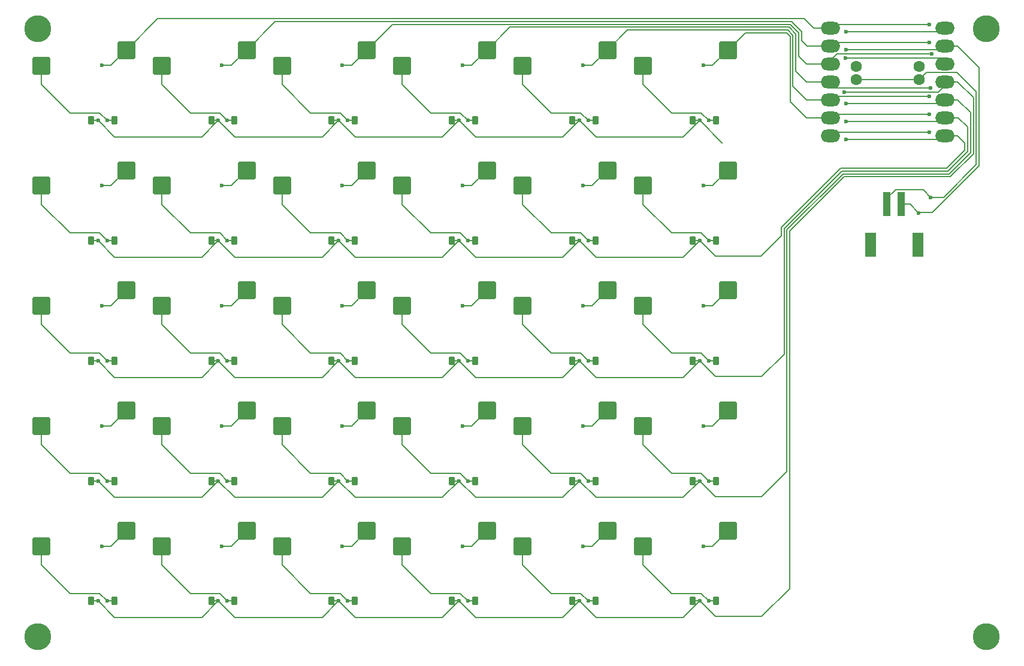
<source format=gbr>
%TF.GenerationSoftware,KiCad,Pcbnew,9.0.7*%
%TF.CreationDate,2026-01-23T21:58:31-06:00*%
%TF.ProjectId,LillyKey,4c696c6c-794b-4657-992e-6b696361645f,rev?*%
%TF.SameCoordinates,Original*%
%TF.FileFunction,Copper,L1,Top*%
%TF.FilePolarity,Positive*%
%FSLAX46Y46*%
G04 Gerber Fmt 4.6, Leading zero omitted, Abs format (unit mm)*
G04 Created by KiCad (PCBNEW 9.0.7) date 2026-01-23 21:58:31*
%MOMM*%
%LPD*%
G01*
G04 APERTURE LIST*
G04 Aperture macros list*
%AMRoundRect*
0 Rectangle with rounded corners*
0 $1 Rounding radius*
0 $2 $3 $4 $5 $6 $7 $8 $9 X,Y pos of 4 corners*
0 Add a 4 corners polygon primitive as box body*
4,1,4,$2,$3,$4,$5,$6,$7,$8,$9,$2,$3,0*
0 Add four circle primitives for the rounded corners*
1,1,$1+$1,$2,$3*
1,1,$1+$1,$4,$5*
1,1,$1+$1,$6,$7*
1,1,$1+$1,$8,$9*
0 Add four rect primitives between the rounded corners*
20,1,$1+$1,$2,$3,$4,$5,0*
20,1,$1+$1,$4,$5,$6,$7,0*
20,1,$1+$1,$6,$7,$8,$9,0*
20,1,$1+$1,$8,$9,$2,$3,0*%
G04 Aperture macros list end*
%TA.AperFunction,ComponentPad*%
%ADD10C,3.800000*%
%TD*%
%TA.AperFunction,ComponentPad*%
%ADD11C,1.600000*%
%TD*%
%TA.AperFunction,SMDPad,CuDef*%
%ADD12O,2.750000X1.800000*%
%TD*%
%TA.AperFunction,SMDPad,CuDef*%
%ADD13RoundRect,0.250000X-1.025000X-1.000000X1.025000X-1.000000X1.025000X1.000000X-1.025000X1.000000X0*%
%TD*%
%TA.AperFunction,SMDPad,CuDef*%
%ADD14R,1.498600X3.403600*%
%TD*%
%TA.AperFunction,SMDPad,CuDef*%
%ADD15R,0.990600X3.505200*%
%TD*%
%TA.AperFunction,SMDPad,CuDef*%
%ADD16RoundRect,0.225000X0.225000X0.375000X-0.225000X0.375000X-0.225000X-0.375000X0.225000X-0.375000X0*%
%TD*%
%TA.AperFunction,ViaPad*%
%ADD17C,0.600000*%
%TD*%
%TA.AperFunction,Conductor*%
%ADD18C,0.200000*%
%TD*%
G04 APERTURE END LIST*
D10*
%TO.P,REF\u002A\u002A,1*%
%TO.N,N/C*%
X159000000Y-111000000D03*
%TD*%
D11*
%TO.P,U2,20*%
%TO.N,N/C*%
X140665000Y-30278000D03*
X149555000Y-30278000D03*
%TO.P,U2,32,BAT*%
%TO.N,/VBAT*%
X140665000Y-32183000D03*
X149555000Y-32183000D03*
D12*
%TO.P,U2,14,5V*%
%TO.N,unconnected-(U2-5V-Pad14)*%
X153204960Y-24880000D03*
%TO.P,U2,13,GND*%
%TO.N,GND*%
X153204960Y-27420000D03*
%TO.P,U2,12,3V3*%
%TO.N,unconnected-(U2-3V3-Pad12)*%
X153204960Y-29960000D03*
%TO.P,U2,11,P1.15_D10_MOSI*%
%TO.N,/ROW4*%
X153204960Y-32500000D03*
%TO.P,U2,10,P1.14_D9_MISO*%
%TO.N,/ROW3*%
X153204960Y-35040000D03*
%TO.P,U2,9,P1.13_D8_SCK*%
%TO.N,/ROW2*%
X153204960Y-37580000D03*
%TO.P,U2,8,P1.12_D7_RX*%
%TO.N,/ROW1*%
X153204960Y-40120000D03*
%TO.P,U2,7,P1.11_D6_TX*%
%TO.N,/ROW0*%
X137015040Y-40120000D03*
%TO.P,U2,6,P0.05_A5_D5_SCL*%
%TO.N,/COL5*%
X137015040Y-37580000D03*
%TO.P,U2,5,P0.04_A4_D4_SDA*%
%TO.N,/COL4*%
X137015040Y-35040000D03*
%TO.P,U2,4,P0.29_A3_D3*%
%TO.N,/COL3*%
X137015040Y-32500000D03*
%TO.P,U2,3,P0.28_A2_D2*%
%TO.N,/COL2*%
X137015040Y-29960000D03*
%TO.P,U2,2,P0.03_A1_D1*%
%TO.N,/COL1*%
X137015040Y-27420000D03*
%TO.P,U2,1,P0.02_A0_D0*%
%TO.N,/COL0*%
X137015040Y-24880000D03*
%TD*%
D13*
%TO.P,SW1,1,1*%
%TO.N,/COL0*%
X37500000Y-28000000D03*
%TO.P,SW1,2,2*%
%TO.N,Net-(D1-A)*%
X25500000Y-30200000D03*
%TD*%
D10*
%TO.P,REF\u002A\u002A,1*%
%TO.N,N/C*%
X159000000Y-25000000D03*
%TD*%
%TO.P,REF\u002A\u002A,1*%
%TO.N,N/C*%
X25000000Y-25000000D03*
%TD*%
%TO.P,REF\u002A\u002A,1*%
%TO.N,N/C*%
X25000000Y-111000000D03*
%TD*%
D14*
%TO.P,J1,4*%
%TO.N,N/C*%
X149350001Y-55560000D03*
%TO.P,J1,3*%
X142649999Y-55560000D03*
D15*
%TO.P,J1,2,Pin_2*%
%TO.N,GND*%
X147000001Y-49809999D03*
%TO.P,J1,1,Pin_1*%
%TO.N,/VBAT*%
X144999999Y-49809999D03*
%TD*%
D16*
%TO.P,D27,2,A*%
%TO.N,Net-(D27-A)*%
X69800000Y-105950000D03*
%TO.P,D27,1,K*%
%TO.N,/ROW4*%
X66500000Y-105950000D03*
%TD*%
%TO.P,D18,2,A*%
%TO.N,Net-(D18-A)*%
X120800000Y-71950000D03*
%TO.P,D18,1,K*%
%TO.N,/ROW2*%
X117500000Y-71950000D03*
%TD*%
%TO.P,D7,2,A*%
%TO.N,Net-(D7-A)*%
X35800000Y-54950000D03*
%TO.P,D7,1,K*%
%TO.N,/ROW1*%
X32500000Y-54950000D03*
%TD*%
%TO.P,D9,2,A*%
%TO.N,Net-(D9-A)*%
X69800000Y-54950000D03*
%TO.P,D9,1,K*%
%TO.N,/ROW1*%
X66500000Y-54950000D03*
%TD*%
%TO.P,D10,2,A*%
%TO.N,Net-(D10-A)*%
X86800000Y-54950000D03*
%TO.P,D10,1,K*%
%TO.N,/ROW1*%
X83500000Y-54950000D03*
%TD*%
%TO.P,D15,2,A*%
%TO.N,Net-(D15-A)*%
X69800000Y-71950000D03*
%TO.P,D15,1,K*%
%TO.N,/ROW2*%
X66500000Y-71950000D03*
%TD*%
%TO.P,D22,2,A*%
%TO.N,Net-(D22-A)*%
X86800000Y-88950000D03*
%TO.P,D22,1,K*%
%TO.N,/ROW3*%
X83500000Y-88950000D03*
%TD*%
%TO.P,D14,2,A*%
%TO.N,Net-(D14-A)*%
X52800000Y-71950000D03*
%TO.P,D14,1,K*%
%TO.N,/ROW2*%
X49500000Y-71950000D03*
%TD*%
%TO.P,D16,2,A*%
%TO.N,Net-(D16-A)*%
X86800000Y-71950000D03*
%TO.P,D16,1,K*%
%TO.N,/ROW2*%
X83500000Y-71950000D03*
%TD*%
%TO.P,D5,2,A*%
%TO.N,Net-(D5-A)*%
X103800000Y-37950000D03*
%TO.P,D5,1,K*%
%TO.N,/ROW0*%
X100500000Y-37950000D03*
%TD*%
%TO.P,D13,2,A*%
%TO.N,Net-(D13-A)*%
X35800000Y-71950000D03*
%TO.P,D13,1,K*%
%TO.N,/ROW2*%
X32500000Y-71950000D03*
%TD*%
%TO.P,D8,2,A*%
%TO.N,Net-(D8-A)*%
X52800000Y-54950000D03*
%TO.P,D8,1,K*%
%TO.N,/ROW1*%
X49500000Y-54950000D03*
%TD*%
%TO.P,D29,2,A*%
%TO.N,Net-(D29-A)*%
X103800000Y-105950000D03*
%TO.P,D29,1,K*%
%TO.N,/ROW4*%
X100500000Y-105950000D03*
%TD*%
%TO.P,D2,2,A*%
%TO.N,Net-(D2-A)*%
X52800000Y-37950000D03*
%TO.P,D2,1,K*%
%TO.N,/ROW0*%
X49500000Y-37950000D03*
%TD*%
%TO.P,D4,2,A*%
%TO.N,Net-(D4-A)*%
X86800000Y-37950000D03*
%TO.P,D4,1,K*%
%TO.N,/ROW0*%
X83500000Y-37950000D03*
%TD*%
%TO.P,D26,2,A*%
%TO.N,Net-(D26-A)*%
X52800000Y-105950000D03*
%TO.P,D26,1,K*%
%TO.N,/ROW4*%
X49500000Y-105950000D03*
%TD*%
%TO.P,D3,2,A*%
%TO.N,Net-(D3-A)*%
X69800000Y-37950000D03*
%TO.P,D3,1,K*%
%TO.N,/ROW0*%
X66500000Y-37950000D03*
%TD*%
%TO.P,D28,2,A*%
%TO.N,Net-(D28-A)*%
X86800000Y-105950000D03*
%TO.P,D28,1,K*%
%TO.N,/ROW4*%
X83500000Y-105950000D03*
%TD*%
%TO.P,D6,2,A*%
%TO.N,Net-(D6-A)*%
X120800000Y-37950000D03*
%TO.P,D6,1,K*%
%TO.N,/ROW0*%
X117500000Y-37950000D03*
%TD*%
%TO.P,D23,2,A*%
%TO.N,Net-(D23-A)*%
X103800000Y-88950000D03*
%TO.P,D23,1,K*%
%TO.N,/ROW3*%
X100500000Y-88950000D03*
%TD*%
%TO.P,D12,2,A*%
%TO.N,Net-(D12-A)*%
X120800000Y-54950000D03*
%TO.P,D12,1,K*%
%TO.N,/ROW1*%
X117500000Y-54950000D03*
%TD*%
%TO.P,D24,2,A*%
%TO.N,Net-(D24-A)*%
X120800000Y-88950000D03*
%TO.P,D24,1,K*%
%TO.N,/ROW3*%
X117500000Y-88950000D03*
%TD*%
%TO.P,D30,2,A*%
%TO.N,Net-(D30-A)*%
X120800000Y-105950000D03*
%TO.P,D30,1,K*%
%TO.N,/ROW4*%
X117500000Y-105950000D03*
%TD*%
%TO.P,D20,2,A*%
%TO.N,Net-(D20-A)*%
X52800000Y-88950000D03*
%TO.P,D20,1,K*%
%TO.N,/ROW3*%
X49500000Y-88950000D03*
%TD*%
%TO.P,D11,2,A*%
%TO.N,Net-(D11-A)*%
X103800000Y-54950000D03*
%TO.P,D11,1,K*%
%TO.N,/ROW1*%
X100500000Y-54950000D03*
%TD*%
%TO.P,D1,2,A*%
%TO.N,Net-(D1-A)*%
X35800000Y-37950000D03*
%TO.P,D1,1,K*%
%TO.N,/ROW0*%
X32500000Y-37950000D03*
%TD*%
%TO.P,D17,2,A*%
%TO.N,Net-(D17-A)*%
X103800000Y-71950000D03*
%TO.P,D17,1,K*%
%TO.N,/ROW2*%
X100500000Y-71950000D03*
%TD*%
%TO.P,D19,2,A*%
%TO.N,Net-(D19-A)*%
X35800000Y-88950000D03*
%TO.P,D19,1,K*%
%TO.N,/ROW3*%
X32500000Y-88950000D03*
%TD*%
%TO.P,D21,2,A*%
%TO.N,Net-(D21-A)*%
X69800000Y-88950000D03*
%TO.P,D21,1,K*%
%TO.N,/ROW3*%
X66500000Y-88950000D03*
%TD*%
%TO.P,D25,2,A*%
%TO.N,Net-(D25-A)*%
X35800000Y-105950000D03*
%TO.P,D25,1,K*%
%TO.N,/ROW4*%
X32500000Y-105950000D03*
%TD*%
D13*
%TO.P,SW7,1,1*%
%TO.N,/COL0*%
X37500000Y-45000000D03*
%TO.P,SW7,2,2*%
%TO.N,Net-(D7-A)*%
X25500000Y-47200000D03*
%TD*%
%TO.P,SW6,1,1*%
%TO.N,/COL5*%
X122500000Y-28000000D03*
%TO.P,SW6,2,2*%
%TO.N,Net-(D6-A)*%
X110500000Y-30200000D03*
%TD*%
%TO.P,SW19,1,1*%
%TO.N,/COL0*%
X37500000Y-79000000D03*
%TO.P,SW19,2,2*%
%TO.N,Net-(D19-A)*%
X25500000Y-81200000D03*
%TD*%
%TO.P,SW10,1,1*%
%TO.N,/COL3*%
X88500000Y-45000000D03*
%TO.P,SW10,2,2*%
%TO.N,Net-(D10-A)*%
X76500000Y-47200000D03*
%TD*%
%TO.P,SW25,1,1*%
%TO.N,/COL0*%
X37500000Y-96000000D03*
%TO.P,SW25,2,2*%
%TO.N,Net-(D25-A)*%
X25500000Y-98200000D03*
%TD*%
%TO.P,SW16,1,1*%
%TO.N,/COL3*%
X88500000Y-62000000D03*
%TO.P,SW16,2,2*%
%TO.N,Net-(D16-A)*%
X76500000Y-64200000D03*
%TD*%
%TO.P,SW18,1,1*%
%TO.N,/COL5*%
X122500000Y-62000000D03*
%TO.P,SW18,2,2*%
%TO.N,Net-(D18-A)*%
X110500000Y-64200000D03*
%TD*%
%TO.P,SW27,1,1*%
%TO.N,/COL2*%
X71500000Y-96000000D03*
%TO.P,SW27,2,2*%
%TO.N,Net-(D27-A)*%
X59500000Y-98200000D03*
%TD*%
%TO.P,SW2,1,1*%
%TO.N,/COL1*%
X54500000Y-28000000D03*
%TO.P,SW2,2,2*%
%TO.N,Net-(D2-A)*%
X42500000Y-30200000D03*
%TD*%
%TO.P,SW24,1,1*%
%TO.N,/COL5*%
X122500000Y-79000000D03*
%TO.P,SW24,2,2*%
%TO.N,Net-(D24-A)*%
X110500000Y-81200000D03*
%TD*%
%TO.P,SW29,1,1*%
%TO.N,/COL4*%
X105500000Y-96000000D03*
%TO.P,SW29,2,2*%
%TO.N,Net-(D29-A)*%
X93500000Y-98200000D03*
%TD*%
%TO.P,SW5,1,1*%
%TO.N,/COL4*%
X105500000Y-28000000D03*
%TO.P,SW5,2,2*%
%TO.N,Net-(D5-A)*%
X93500000Y-30200000D03*
%TD*%
%TO.P,SW8,1,1*%
%TO.N,/COL1*%
X54500000Y-45000000D03*
%TO.P,SW8,2,2*%
%TO.N,Net-(D8-A)*%
X42500000Y-47200000D03*
%TD*%
%TO.P,SW23,1,1*%
%TO.N,/COL4*%
X105500000Y-79000000D03*
%TO.P,SW23,2,2*%
%TO.N,Net-(D23-A)*%
X93500000Y-81200000D03*
%TD*%
%TO.P,SW13,1,1*%
%TO.N,/COL0*%
X37500000Y-62000000D03*
%TO.P,SW13,2,2*%
%TO.N,Net-(D13-A)*%
X25500000Y-64200000D03*
%TD*%
%TO.P,SW9,1,1*%
%TO.N,/COL2*%
X71500000Y-45000000D03*
%TO.P,SW9,2,2*%
%TO.N,Net-(D9-A)*%
X59500000Y-47200000D03*
%TD*%
%TO.P,SW21,1,1*%
%TO.N,/COL2*%
X71500000Y-79000000D03*
%TO.P,SW21,2,2*%
%TO.N,Net-(D21-A)*%
X59500000Y-81200000D03*
%TD*%
%TO.P,SW30,1,1*%
%TO.N,/COL5*%
X122500000Y-96000000D03*
%TO.P,SW30,2,2*%
%TO.N,Net-(D30-A)*%
X110500000Y-98200000D03*
%TD*%
%TO.P,SW3,1,1*%
%TO.N,/COL2*%
X71500000Y-28000000D03*
%TO.P,SW3,2,2*%
%TO.N,Net-(D3-A)*%
X59500000Y-30200000D03*
%TD*%
%TO.P,SW4,1,1*%
%TO.N,/COL3*%
X88500000Y-28000000D03*
%TO.P,SW4,2,2*%
%TO.N,Net-(D4-A)*%
X76500000Y-30200000D03*
%TD*%
%TO.P,SW22,1,1*%
%TO.N,/COL3*%
X88500000Y-79000000D03*
%TO.P,SW22,2,2*%
%TO.N,Net-(D22-A)*%
X76500000Y-81200000D03*
%TD*%
%TO.P,SW11,1,1*%
%TO.N,/COL4*%
X105500000Y-45000000D03*
%TO.P,SW11,2,2*%
%TO.N,Net-(D11-A)*%
X93500000Y-47200000D03*
%TD*%
%TO.P,SW28,1,1*%
%TO.N,/COL3*%
X88500000Y-96000000D03*
%TO.P,SW28,2,2*%
%TO.N,Net-(D28-A)*%
X76500000Y-98200000D03*
%TD*%
%TO.P,SW12,1,1*%
%TO.N,/COL5*%
X122500000Y-45000000D03*
%TO.P,SW12,2,2*%
%TO.N,Net-(D12-A)*%
X110500000Y-47200000D03*
%TD*%
%TO.P,SW17,1,1*%
%TO.N,/COL4*%
X105500000Y-62000000D03*
%TO.P,SW17,2,2*%
%TO.N,Net-(D17-A)*%
X93500000Y-64200000D03*
%TD*%
%TO.P,SW14,1,1*%
%TO.N,/COL1*%
X54500000Y-62000000D03*
%TO.P,SW14,2,2*%
%TO.N,Net-(D14-A)*%
X42500000Y-64200000D03*
%TD*%
%TO.P,SW20,1,1*%
%TO.N,/COL1*%
X54500000Y-79000000D03*
%TO.P,SW20,2,2*%
%TO.N,Net-(D20-A)*%
X42500000Y-81200000D03*
%TD*%
%TO.P,SW26,1,1*%
%TO.N,/COL1*%
X54500000Y-96000000D03*
%TO.P,SW26,2,2*%
%TO.N,Net-(D26-A)*%
X42500000Y-98200000D03*
%TD*%
%TO.P,SW15,1,1*%
%TO.N,/COL2*%
X71500000Y-62000000D03*
%TO.P,SW15,2,2*%
%TO.N,Net-(D15-A)*%
X59500000Y-64200000D03*
%TD*%
D17*
%TO.N,/ROW3*%
X139220000Y-35560000D03*
%TO.N,/COL4*%
X151000000Y-34520000D03*
%TO.N,/COL2*%
X151272040Y-28540000D03*
%TO.N,/ROW1*%
X139220000Y-40640000D03*
%TO.N,/ROW2*%
X139220000Y-38100000D03*
%TO.N,/COL5*%
X151000000Y-37060000D03*
%TO.N,/COL0*%
X151000000Y-24360000D03*
%TO.N,/ROW4*%
X138947960Y-33920000D03*
%TO.N,/COL3*%
X151139960Y-33320000D03*
%TO.N,unconnected-(U2-3V3-Pad12)*%
X139080040Y-29140000D03*
%TO.N,GND*%
X139220000Y-27940000D03*
%TO.N,unconnected-(U2-5V-Pad14)*%
X139220000Y-25400000D03*
%TO.N,/COL1*%
X151000000Y-26900000D03*
%TO.N,/ROW0*%
X151000000Y-39600000D03*
%TO.N,GND*%
X149476002Y-51031999D03*
%TO.N,/VBAT*%
X151158002Y-48809999D03*
%TO.N,/COL3*%
X85023101Y-47174872D03*
%TO.N,/ROW4*%
X67514000Y-105950000D03*
X84514000Y-105950000D03*
%TO.N,/ROW1*%
X67514000Y-54950000D03*
%TO.N,/ROW0*%
X67514000Y-37950000D03*
%TO.N,/ROW4*%
X118514000Y-105950000D03*
%TO.N,/ROW3*%
X101514000Y-88950000D03*
%TO.N,/COL4*%
X102023101Y-47174872D03*
%TO.N,/COL1*%
X51023101Y-30174872D03*
%TO.N,Net-(D23-A)*%
X102784000Y-88950000D03*
%TO.N,Net-(D11-A)*%
X102784000Y-54950000D03*
%TO.N,Net-(D12-A)*%
X119784000Y-54950000D03*
%TO.N,/ROW3*%
X67514000Y-88950000D03*
X118514000Y-88950000D03*
%TO.N,/COL1*%
X51023101Y-47174872D03*
X51023101Y-98174872D03*
X51023101Y-64174872D03*
%TO.N,Net-(D9-A)*%
X68784000Y-54950000D03*
%TO.N,/ROW3*%
X50514000Y-88950000D03*
X84514000Y-88950000D03*
X33514000Y-88950000D03*
%TO.N,Net-(D20-A)*%
X51784000Y-88950000D03*
%TO.N,/ROW2*%
X118514000Y-71950000D03*
%TO.N,/ROW4*%
X101514000Y-105950000D03*
%TO.N,/ROW2*%
X101514000Y-71950000D03*
%TO.N,Net-(D4-A)*%
X85784000Y-37950000D03*
%TO.N,/COL2*%
X68023101Y-64174872D03*
X68023101Y-30174872D03*
X68023101Y-47174872D03*
%TO.N,/ROW2*%
X33514000Y-71950000D03*
%TO.N,/COL4*%
X102023101Y-98174872D03*
%TO.N,Net-(D30-A)*%
X119784000Y-105950000D03*
%TO.N,/COL4*%
X102023101Y-30174872D03*
%TO.N,Net-(D14-A)*%
X51784000Y-71950000D03*
%TO.N,/COL4*%
X102023101Y-81174872D03*
%TO.N,/ROW2*%
X50514000Y-71950000D03*
%TO.N,Net-(D13-A)*%
X34784000Y-71950000D03*
%TO.N,/COL2*%
X68023101Y-81174872D03*
%TO.N,Net-(D3-A)*%
X68784000Y-37950000D03*
%TO.N,Net-(D6-A)*%
X119784000Y-37950000D03*
%TO.N,Net-(D10-A)*%
X85784000Y-54950000D03*
%TO.N,/COL2*%
X68023101Y-98174872D03*
%TO.N,/COL3*%
X85023101Y-64174872D03*
%TO.N,/COL0*%
X34023101Y-47174872D03*
%TO.N,/COL1*%
X51023101Y-81174872D03*
%TO.N,/COL0*%
X34023101Y-30174872D03*
%TO.N,/ROW4*%
X33514000Y-105950000D03*
%TO.N,/COL5*%
X119023101Y-81174872D03*
X119023101Y-30174872D03*
%TO.N,Net-(D18-A)*%
X119784000Y-71950000D03*
%TO.N,/COL3*%
X85023101Y-98174872D03*
%TO.N,Net-(D22-A)*%
X85784000Y-88950000D03*
%TO.N,/COL0*%
X34023101Y-98174872D03*
%TO.N,Net-(D8-A)*%
X51784000Y-54950000D03*
%TO.N,/ROW2*%
X67514000Y-71950000D03*
%TO.N,Net-(D21-A)*%
X68784000Y-88950000D03*
%TO.N,Net-(D17-A)*%
X102784000Y-71950000D03*
%TO.N,/COL3*%
X85023101Y-30174872D03*
X85023101Y-81174872D03*
%TO.N,/COL5*%
X119023101Y-98174872D03*
%TO.N,Net-(D7-A)*%
X34784000Y-54950000D03*
%TO.N,/COL5*%
X119023101Y-64174872D03*
%TO.N,Net-(D24-A)*%
X119784000Y-88950000D03*
%TO.N,/COL4*%
X102023101Y-64174872D03*
%TO.N,/ROW0*%
X118514000Y-37950000D03*
%TO.N,Net-(D16-A)*%
X85784000Y-71950000D03*
%TO.N,Net-(D15-A)*%
X68784000Y-71950000D03*
%TO.N,/ROW1*%
X33514000Y-54950000D03*
%TO.N,/ROW4*%
X50514000Y-105950000D03*
%TO.N,/COL0*%
X34023101Y-64174872D03*
X34023101Y-81174872D03*
%TO.N,Net-(D19-A)*%
X34784000Y-88950000D03*
%TO.N,/COL5*%
X119023101Y-47174872D03*
%TO.N,Net-(D29-A)*%
X102784000Y-105950000D03*
%TO.N,Net-(D2-A)*%
X51784000Y-37950000D03*
%TO.N,/ROW1*%
X84514000Y-54950000D03*
%TO.N,Net-(D5-A)*%
X102784000Y-37950000D03*
%TO.N,/ROW2*%
X84514000Y-71950000D03*
%TO.N,/ROW1*%
X118514000Y-54950000D03*
X101514000Y-54950000D03*
X50514000Y-54950000D03*
%TO.N,/ROW0*%
X101514000Y-37950000D03*
%TO.N,Net-(D27-A)*%
X68784000Y-105950000D03*
%TO.N,/ROW0*%
X84514000Y-37950000D03*
X33514000Y-37950000D03*
X50514000Y-37950000D03*
%TO.N,Net-(D28-A)*%
X85784000Y-105950000D03*
%TO.N,Net-(D26-A)*%
X51784000Y-105950000D03*
%TO.N,Net-(D25-A)*%
X34784000Y-105950000D03*
%TO.N,Net-(D1-A)*%
X34784000Y-37950000D03*
%TD*%
D18*
%TO.N,/ROW3*%
X139220000Y-35560000D02*
X153159960Y-35560000D01*
%TO.N,/COL3*%
X137360040Y-33320000D02*
X136540040Y-32500000D01*
%TO.N,/COL4*%
X151000000Y-34520000D02*
X137060040Y-34520000D01*
%TO.N,/COL5*%
X151000000Y-37060000D02*
X137060040Y-37060000D01*
%TO.N,/ROW0*%
X151000000Y-39600000D02*
X137060040Y-39600000D01*
%TO.N,unconnected-(U2-3V3-Pad12)*%
X152859960Y-29140000D02*
X153679960Y-29960000D01*
%TO.N,/COL1*%
X151000000Y-26900000D02*
X137060040Y-26900000D01*
%TO.N,unconnected-(U2-3V3-Pad12)*%
X139080040Y-29140000D02*
X152859960Y-29140000D01*
%TO.N,/COL2*%
X151272040Y-28540000D02*
X137960040Y-28540000D01*
%TO.N,unconnected-(U2-5V-Pad14)*%
X139220000Y-25400000D02*
X153159960Y-25400000D01*
%TO.N,/ROW1*%
X139220000Y-40640000D02*
X153159960Y-40640000D01*
%TO.N,/COL1*%
X137060040Y-26900000D02*
X136540040Y-27420000D01*
%TO.N,GND*%
X139220000Y-27940000D02*
X153159960Y-27940000D01*
%TO.N,/ROW2*%
X139220000Y-38100000D02*
X153159960Y-38100000D01*
%TO.N,/ROW0*%
X137060040Y-39600000D02*
X136540040Y-40120000D01*
%TO.N,GND*%
X153159960Y-27940000D02*
X153679960Y-27420000D01*
%TO.N,/ROW1*%
X153159960Y-40640000D02*
X153679960Y-40120000D01*
%TO.N,/VBAT*%
X150577000Y-31161000D02*
X149555000Y-32183000D01*
%TO.N,unconnected-(U2-5V-Pad14)*%
X153159960Y-25400000D02*
X153679960Y-24880000D01*
%TO.N,/ROW4*%
X152259960Y-33920000D02*
X153679960Y-32500000D01*
%TO.N,/ROW3*%
X153159960Y-35560000D02*
X153679960Y-35040000D01*
%TO.N,/COL0*%
X137060040Y-24360000D02*
X136540040Y-24880000D01*
%TO.N,/ROW4*%
X138947960Y-33920000D02*
X152259960Y-33920000D01*
%TO.N,/COL4*%
X137060040Y-34520000D02*
X136540040Y-35040000D01*
%TO.N,/COL0*%
X151000000Y-24360000D02*
X137060040Y-24360000D01*
%TO.N,/COL3*%
X151139960Y-33320000D02*
X137360040Y-33320000D01*
%TO.N,/COL2*%
X137960040Y-28540000D02*
X136540040Y-29960000D01*
%TO.N,/COL5*%
X137060040Y-37060000D02*
X136540040Y-37580000D01*
%TO.N,/ROW2*%
X153159960Y-38100000D02*
X153679960Y-37580000D01*
%TO.N,/VBAT*%
X149555000Y-32183000D02*
X140665000Y-32183000D01*
%TO.N,/ROW1*%
X138411449Y-44713901D02*
X130047000Y-53078350D01*
%TO.N,/ROW4*%
X138909749Y-45916901D02*
X131250000Y-53576650D01*
X131250000Y-104200000D02*
X127299000Y-108151000D01*
%TO.N,/ROW2*%
X155076960Y-37580000D02*
X156393960Y-38897000D01*
X153585099Y-45114901D02*
X138577549Y-45114901D01*
%TO.N,/ROW3*%
X138743649Y-45515901D02*
X130849000Y-53410550D01*
X156794960Y-42472140D02*
X153751199Y-45515901D01*
X156794960Y-36846530D02*
X156794960Y-42472140D01*
X154988430Y-35040000D02*
X156794960Y-36846530D01*
X130849000Y-53410550D02*
X130849000Y-87601000D01*
%TO.N,/ROW1*%
X153418999Y-44713901D02*
X138411449Y-44713901D01*
%TO.N,/ROW2*%
X156393960Y-38897000D02*
X156393960Y-42306040D01*
%TO.N,/ROW1*%
X155992960Y-41163000D02*
X155992960Y-42139940D01*
X154949960Y-40120000D02*
X155992960Y-41163000D01*
X155992960Y-42139940D02*
X153418999Y-44713901D01*
X130047000Y-53078350D02*
X130047000Y-54278000D01*
%TO.N,/ROW3*%
X130849000Y-87601000D02*
X127299000Y-91151000D01*
%TO.N,/ROW4*%
X153917299Y-45916901D02*
X138909749Y-45916901D01*
X131250000Y-53576650D02*
X131250000Y-104200000D01*
X157195960Y-42638240D02*
X153917299Y-45916901D01*
X157195960Y-34746000D02*
X157195960Y-42638240D01*
X154949960Y-32500000D02*
X157195960Y-34746000D01*
%TO.N,/ROW2*%
X156393960Y-42306040D02*
X153585099Y-45114901D01*
X138577549Y-45114901D02*
X130448000Y-53244450D01*
X130448000Y-71002000D02*
X127299000Y-74151000D01*
X130448000Y-53244450D02*
X130448000Y-71002000D01*
%TO.N,/ROW3*%
X153751199Y-45515901D02*
X138743649Y-45515901D01*
%TO.N,/ROW1*%
X130047000Y-54278000D02*
X127174000Y-57151000D01*
%TO.N,/COL0*%
X41949000Y-23551000D02*
X131433040Y-23551000D01*
%TO.N,/COL4*%
X131701370Y-25891330D02*
X131701370Y-33127410D01*
%TO.N,/COL5*%
X131300370Y-35266410D02*
X133613960Y-37580000D01*
X131300370Y-26057430D02*
X131300370Y-35266410D01*
X130801940Y-25559000D02*
X131300370Y-26057430D01*
X124941000Y-25559000D02*
X130801940Y-25559000D01*
%TO.N,/COL3*%
X91743000Y-24757000D02*
X131134140Y-24757000D01*
%TO.N,/COL2*%
X132503370Y-28849410D02*
X133613960Y-29960000D01*
X131300240Y-24356000D02*
X132503370Y-25559130D01*
%TO.N,/COL0*%
X133303960Y-23554000D02*
X134629960Y-24880000D01*
%TO.N,/COL3*%
X131134140Y-24757000D02*
X132102370Y-25725230D01*
%TO.N,/COL4*%
X130968040Y-25158000D02*
X131701370Y-25891330D01*
%TO.N,/COL1*%
X132904370Y-25393030D02*
X132904370Y-26628370D01*
%TO.N,/COL2*%
X75144000Y-24356000D02*
X131300240Y-24356000D01*
%TO.N,/COL3*%
X132102370Y-30988410D02*
X133613960Y-32500000D01*
%TO.N,/COL4*%
X131701370Y-33127410D02*
X132045290Y-33471330D01*
%TO.N,/COL1*%
X130818040Y-23952000D02*
X130821040Y-23955000D01*
X130821040Y-23955000D02*
X131466340Y-23955000D01*
%TO.N,/COL2*%
X132503370Y-25559130D02*
X132503370Y-28849410D01*
%TO.N,/COL0*%
X131433040Y-23551000D02*
X131436040Y-23554000D01*
%TO.N,/COL1*%
X131466340Y-23955000D02*
X132904370Y-25393030D01*
%TO.N,/COL0*%
X131436040Y-23554000D02*
X133303960Y-23554000D01*
%TO.N,/COL1*%
X58548000Y-23952000D02*
X130818040Y-23952000D01*
X132904370Y-26628370D02*
X133696000Y-27420000D01*
%TO.N,/COL4*%
X108342000Y-25158000D02*
X130968040Y-25158000D01*
X132045290Y-33471330D02*
X133613960Y-35040000D01*
%TO.N,/COL3*%
X132102370Y-25725230D02*
X132102370Y-30988410D01*
%TO.N,GND*%
X149476002Y-51031999D02*
X149539002Y-50968999D01*
X149539002Y-50968999D02*
X151376102Y-50968999D01*
X151376102Y-50968999D02*
X157997960Y-44347141D01*
X157997960Y-44347141D02*
X157997960Y-30468000D01*
X157997960Y-30468000D02*
X154949960Y-27420000D01*
%TO.N,/VBAT*%
X151158002Y-48809999D02*
X152968002Y-48809999D01*
X152968002Y-48809999D02*
X157596960Y-44181041D01*
X157596960Y-44181041D02*
X157596960Y-33877000D01*
X157596960Y-33877000D02*
X154880960Y-31161000D01*
%TO.N,GND*%
X148254002Y-49809999D02*
X147000001Y-49809999D01*
X149476002Y-51031999D02*
X148254002Y-49809999D01*
%TO.N,/VBAT*%
X146203701Y-47756399D02*
X144999999Y-48960101D01*
X151158002Y-48809999D02*
X150104402Y-47756399D01*
X150104402Y-47756399D02*
X146203701Y-47756399D01*
X144999999Y-48960101D02*
X144999999Y-49809999D01*
%TO.N,/ROW1*%
X153679960Y-40120000D02*
X154949960Y-40120000D01*
%TO.N,/ROW2*%
X153679960Y-37580000D02*
X155076960Y-37580000D01*
%TO.N,/ROW3*%
X153679960Y-35040000D02*
X154988430Y-35040000D01*
%TO.N,/VBAT*%
X154880960Y-31161000D02*
X150577000Y-31161000D01*
%TO.N,/ROW4*%
X153679960Y-32500000D02*
X154949960Y-32500000D01*
%TO.N,GND*%
X154949960Y-27420000D02*
X153679960Y-27420000D01*
%TO.N,/COL5*%
X133613960Y-37580000D02*
X136540040Y-37580000D01*
%TO.N,/COL4*%
X133613960Y-35040000D02*
X136540040Y-35040000D01*
%TO.N,/COL3*%
X133613960Y-32500000D02*
X136540040Y-32500000D01*
%TO.N,/COL2*%
X133613960Y-29960000D02*
X136540040Y-29960000D01*
%TO.N,/COL1*%
X133696000Y-27420000D02*
X136540040Y-27420000D01*
%TO.N,/COL0*%
X134629960Y-24880000D02*
X136540040Y-24880000D01*
%TO.N,/ROW4*%
X32500000Y-105950000D02*
X33514000Y-105950000D01*
%TO.N,/ROW3*%
X33514000Y-88950000D02*
X35865000Y-91301000D01*
%TO.N,Net-(D6-A)*%
X120800000Y-37950000D02*
X119784000Y-37950000D01*
%TO.N,/COL1*%
X52325128Y-30174872D02*
X54500000Y-28000000D01*
%TO.N,/COL0*%
X34023101Y-98174872D02*
X35325128Y-98174872D01*
%TO.N,/COL2*%
X69325128Y-30174872D02*
X71500000Y-28000000D01*
%TO.N,Net-(D21-A)*%
X68784000Y-88950000D02*
X67710000Y-87876000D01*
%TO.N,Net-(D12-A)*%
X110500000Y-49839892D02*
X110500000Y-47200000D01*
%TO.N,Net-(D2-A)*%
X42500000Y-32839892D02*
X42500000Y-30200000D01*
%TO.N,/COL3*%
X86325128Y-98174872D02*
X88500000Y-96000000D01*
%TO.N,/ROW1*%
X50514000Y-54950000D02*
X52865000Y-57301000D01*
%TO.N,Net-(D26-A)*%
X50710000Y-104876000D02*
X46536108Y-104876000D01*
%TO.N,/ROW1*%
X69865000Y-57301000D02*
X82163000Y-57301000D01*
%TO.N,/ROW3*%
X83500000Y-88950000D02*
X84514000Y-88950000D01*
%TO.N,Net-(D18-A)*%
X120800000Y-71950000D02*
X119784000Y-71950000D01*
%TO.N,Net-(D15-A)*%
X67710000Y-70876000D02*
X63536108Y-70876000D01*
%TO.N,/ROW1*%
X84514000Y-54950000D02*
X86865000Y-57301000D01*
%TO.N,Net-(D30-A)*%
X120800000Y-105950000D02*
X119784000Y-105950000D01*
%TO.N,Net-(D10-A)*%
X84710000Y-53876000D02*
X80536108Y-53876000D01*
%TO.N,Net-(D29-A)*%
X101710000Y-104876000D02*
X97536108Y-104876000D01*
%TO.N,/ROW0*%
X101514000Y-37950000D02*
X103865000Y-40301000D01*
X82163000Y-40301000D02*
X84514000Y-37950000D01*
%TO.N,/ROW2*%
X99163000Y-74301000D02*
X101514000Y-71950000D01*
%TO.N,Net-(D20-A)*%
X42500000Y-83839892D02*
X42500000Y-81200000D01*
%TO.N,Net-(D21-A)*%
X63536108Y-87876000D02*
X59500000Y-83839892D01*
%TO.N,Net-(D20-A)*%
X51784000Y-88950000D02*
X50710000Y-87876000D01*
X50710000Y-87876000D02*
X46536108Y-87876000D01*
X46536108Y-87876000D02*
X42500000Y-83839892D01*
%TO.N,Net-(D22-A)*%
X84710000Y-87876000D02*
X80536108Y-87876000D01*
%TO.N,/COL1*%
X51023101Y-98174872D02*
X52325128Y-98174872D01*
%TO.N,/ROW0*%
X100500000Y-37950000D02*
X101514000Y-37950000D01*
%TO.N,/COL1*%
X51023101Y-30174872D02*
X52325128Y-30174872D01*
%TO.N,Net-(D8-A)*%
X50710000Y-53876000D02*
X46536108Y-53876000D01*
%TO.N,Net-(D16-A)*%
X84710000Y-70876000D02*
X80536108Y-70876000D01*
%TO.N,/ROW1*%
X100500000Y-54950000D02*
X101514000Y-54950000D01*
X48163000Y-57301000D02*
X50514000Y-54950000D01*
%TO.N,Net-(D5-A)*%
X93500000Y-32839892D02*
X93500000Y-30200000D01*
%TO.N,Net-(D3-A)*%
X59500000Y-32839892D02*
X59500000Y-30200000D01*
%TO.N,Net-(D26-A)*%
X46536108Y-104876000D02*
X42500000Y-100839892D01*
%TO.N,/ROW2*%
X83500000Y-71950000D02*
X84514000Y-71950000D01*
%TO.N,Net-(D28-A)*%
X86800000Y-105950000D02*
X85784000Y-105950000D01*
%TO.N,/ROW1*%
X103865000Y-57301000D02*
X116163000Y-57301000D01*
%TO.N,/ROW4*%
X86865000Y-108301000D02*
X99163000Y-108301000D01*
%TO.N,Net-(D24-A)*%
X110500000Y-83839892D02*
X110500000Y-81200000D01*
%TO.N,/ROW4*%
X35865000Y-108301000D02*
X48163000Y-108301000D01*
%TO.N,Net-(D2-A)*%
X50710000Y-36876000D02*
X46536108Y-36876000D01*
%TO.N,Net-(D15-A)*%
X59500000Y-66839892D02*
X59500000Y-64200000D01*
%TO.N,/COL4*%
X102023101Y-30174872D02*
X103325128Y-30174872D01*
%TO.N,Net-(D5-A)*%
X101710000Y-36876000D02*
X97536108Y-36876000D01*
%TO.N,/ROW0*%
X86865000Y-40301000D02*
X99163000Y-40301000D01*
%TO.N,/ROW3*%
X100500000Y-88950000D02*
X101514000Y-88950000D01*
%TO.N,Net-(D8-A)*%
X46536108Y-53876000D02*
X42500000Y-49839892D01*
%TO.N,Net-(D22-A)*%
X86800000Y-88950000D02*
X85784000Y-88950000D01*
%TO.N,Net-(D25-A)*%
X35800000Y-105950000D02*
X34784000Y-105950000D01*
%TO.N,/ROW4*%
X82163000Y-108301000D02*
X84514000Y-105950000D01*
%TO.N,Net-(D19-A)*%
X35800000Y-88950000D02*
X34784000Y-88950000D01*
%TO.N,/COL1*%
X52325128Y-81174872D02*
X54500000Y-79000000D01*
%TO.N,/COL2*%
X69325128Y-98174872D02*
X71500000Y-96000000D01*
%TO.N,/ROW1*%
X101514000Y-54950000D02*
X103865000Y-57301000D01*
X32500000Y-54950000D02*
X33514000Y-54950000D01*
%TO.N,/COL2*%
X68023101Y-47174872D02*
X69325128Y-47174872D01*
%TO.N,Net-(D17-A)*%
X93500000Y-66839892D02*
X93500000Y-64200000D01*
%TO.N,Net-(D6-A)*%
X118710000Y-36876000D02*
X114536108Y-36876000D01*
%TO.N,/ROW2*%
X117500000Y-71950000D02*
X118514000Y-71950000D01*
X67514000Y-71950000D02*
X69865000Y-74301000D01*
%TO.N,Net-(D10-A)*%
X86800000Y-54950000D02*
X85784000Y-54950000D01*
%TO.N,/ROW2*%
X50514000Y-71950000D02*
X52865000Y-74301000D01*
%TO.N,/ROW4*%
X67514000Y-105950000D02*
X69865000Y-108301000D01*
%TO.N,/COL0*%
X35325128Y-47174872D02*
X37500000Y-45000000D01*
%TO.N,/ROW1*%
X83500000Y-54950000D02*
X84514000Y-54950000D01*
X67514000Y-54950000D02*
X69865000Y-57301000D01*
%TO.N,Net-(D4-A)*%
X76500000Y-32839892D02*
X76500000Y-30200000D01*
%TO.N,/ROW1*%
X35865000Y-57301000D02*
X48163000Y-57301000D01*
%TO.N,/ROW3*%
X69865000Y-91301000D02*
X82163000Y-91301000D01*
%TO.N,/COL2*%
X68023101Y-30174872D02*
X69325128Y-30174872D01*
%TO.N,/ROW4*%
X52865000Y-108301000D02*
X65163000Y-108301000D01*
%TO.N,/COL5*%
X119023101Y-98174872D02*
X120325128Y-98174872D01*
%TO.N,Net-(D22-A)*%
X80536108Y-87876000D02*
X76500000Y-83839892D01*
%TO.N,Net-(D6-A)*%
X110500000Y-32839892D02*
X110500000Y-30200000D01*
%TO.N,Net-(D28-A)*%
X85784000Y-105950000D02*
X84710000Y-104876000D01*
%TO.N,/ROW3*%
X127299000Y-91151000D02*
X120715000Y-91151000D01*
%TO.N,/ROW0*%
X116163000Y-40301000D02*
X118514000Y-37950000D01*
%TO.N,Net-(D19-A)*%
X29536108Y-87876000D02*
X25500000Y-83839892D01*
%TO.N,/ROW1*%
X82163000Y-57301000D02*
X84514000Y-54950000D01*
X99163000Y-57301000D02*
X101514000Y-54950000D01*
%TO.N,/COL1*%
X52325128Y-98174872D02*
X54500000Y-96000000D01*
%TO.N,Net-(D7-A)*%
X33710000Y-53876000D02*
X29536108Y-53876000D01*
%TO.N,/ROW1*%
X49500000Y-54950000D02*
X50514000Y-54950000D01*
%TO.N,/ROW3*%
X48163000Y-91301000D02*
X50514000Y-88950000D01*
%TO.N,/ROW1*%
X66500000Y-54950000D02*
X67514000Y-54950000D01*
X86865000Y-57301000D02*
X99163000Y-57301000D01*
%TO.N,Net-(D3-A)*%
X68784000Y-37950000D02*
X67710000Y-36876000D01*
%TO.N,Net-(D8-A)*%
X52800000Y-54950000D02*
X51784000Y-54950000D01*
%TO.N,/ROW4*%
X65163000Y-108301000D02*
X67514000Y-105950000D01*
%TO.N,Net-(D16-A)*%
X80536108Y-70876000D02*
X76500000Y-66839892D01*
%TO.N,/ROW2*%
X35865000Y-74301000D02*
X48163000Y-74301000D01*
%TO.N,/ROW4*%
X69865000Y-108301000D02*
X82163000Y-108301000D01*
%TO.N,/ROW0*%
X52865000Y-40301000D02*
X65163000Y-40301000D01*
%TO.N,Net-(D15-A)*%
X63536108Y-70876000D02*
X59500000Y-66839892D01*
%TO.N,Net-(D7-A)*%
X25500000Y-49839892D02*
X25500000Y-47200000D01*
%TO.N,Net-(D17-A)*%
X97536108Y-70876000D02*
X93500000Y-66839892D01*
%TO.N,Net-(D10-A)*%
X80536108Y-53876000D02*
X76500000Y-49839892D01*
%TO.N,Net-(D14-A)*%
X52800000Y-71950000D02*
X51784000Y-71950000D01*
%TO.N,/ROW4*%
X101514000Y-105950000D02*
X103865000Y-108301000D01*
X84514000Y-105950000D02*
X86865000Y-108301000D01*
%TO.N,Net-(D4-A)*%
X84710000Y-36876000D02*
X80536108Y-36876000D01*
%TO.N,/ROW3*%
X49500000Y-88950000D02*
X50514000Y-88950000D01*
%TO.N,/ROW0*%
X65163000Y-40301000D02*
X67514000Y-37950000D01*
%TO.N,/COL1*%
X54500000Y-28000000D02*
X58548000Y-23952000D01*
%TO.N,/ROW3*%
X120715000Y-91151000D02*
X118514000Y-88950000D01*
%TO.N,Net-(D7-A)*%
X29536108Y-53876000D02*
X25500000Y-49839892D01*
%TO.N,Net-(D14-A)*%
X42500000Y-66839892D02*
X42500000Y-64200000D01*
%TO.N,Net-(D30-A)*%
X118710000Y-104876000D02*
X114536108Y-104876000D01*
%TO.N,/ROW4*%
X33514000Y-105950000D02*
X35865000Y-108301000D01*
X83500000Y-105950000D02*
X84514000Y-105950000D01*
%TO.N,Net-(D20-A)*%
X52800000Y-88950000D02*
X51784000Y-88950000D01*
%TO.N,Net-(D17-A)*%
X103800000Y-71950000D02*
X102784000Y-71950000D01*
%TO.N,Net-(D24-A)*%
X118710000Y-87876000D02*
X114536108Y-87876000D01*
%TO.N,Net-(D9-A)*%
X63536108Y-53876000D02*
X59500000Y-49839892D01*
%TO.N,Net-(D8-A)*%
X42500000Y-49839892D02*
X42500000Y-47200000D01*
%TO.N,/COL1*%
X51023101Y-81174872D02*
X52325128Y-81174872D01*
%TO.N,/COL0*%
X35325128Y-30174872D02*
X37500000Y-28000000D01*
%TO.N,/ROW0*%
X67514000Y-37950000D02*
X69865000Y-40301000D01*
%TO.N,/ROW1*%
X117500000Y-54950000D02*
X118514000Y-54950000D01*
%TO.N,/COL3*%
X85023101Y-30174872D02*
X86325128Y-30174872D01*
%TO.N,Net-(D16-A)*%
X76500000Y-66839892D02*
X76500000Y-64200000D01*
%TO.N,Net-(D29-A)*%
X103800000Y-105950000D02*
X102784000Y-105950000D01*
%TO.N,/COL0*%
X37500000Y-28000000D02*
X41949000Y-23551000D01*
X35325128Y-98174872D02*
X37500000Y-96000000D01*
%TO.N,/COL3*%
X85023101Y-81174872D02*
X86325128Y-81174872D01*
X85023101Y-98174872D02*
X86325128Y-98174872D01*
%TO.N,/ROW1*%
X52865000Y-57301000D02*
X65163000Y-57301000D01*
%TO.N,/COL1*%
X51023101Y-64174872D02*
X52325128Y-64174872D01*
%TO.N,/ROW2*%
X86865000Y-74301000D02*
X99163000Y-74301000D01*
%TO.N,/ROW1*%
X33514000Y-54950000D02*
X35865000Y-57301000D01*
%TO.N,/ROW3*%
X32500000Y-88950000D02*
X33514000Y-88950000D01*
%TO.N,Net-(D18-A)*%
X119784000Y-71950000D02*
X118710000Y-70876000D01*
%TO.N,/ROW3*%
X50514000Y-88950000D02*
X52865000Y-91301000D01*
%TO.N,Net-(D27-A)*%
X59500000Y-100839892D02*
X59500000Y-98200000D01*
%TO.N,Net-(D24-A)*%
X120800000Y-88950000D02*
X119784000Y-88950000D01*
%TO.N,Net-(D6-A)*%
X114536108Y-36876000D02*
X110500000Y-32839892D01*
%TO.N,Net-(D4-A)*%
X80536108Y-36876000D02*
X76500000Y-32839892D01*
%TO.N,/ROW3*%
X99163000Y-91301000D02*
X101514000Y-88950000D01*
%TO.N,Net-(D9-A)*%
X67710000Y-53876000D02*
X63536108Y-53876000D01*
%TO.N,Net-(D17-A)*%
X102784000Y-71950000D02*
X101710000Y-70876000D01*
%TO.N,Net-(D9-A)*%
X68784000Y-54950000D02*
X67710000Y-53876000D01*
%TO.N,Net-(D4-A)*%
X86800000Y-37950000D02*
X85784000Y-37950000D01*
%TO.N,Net-(D23-A)*%
X101710000Y-87876000D02*
X97536108Y-87876000D01*
%TO.N,Net-(D22-A)*%
X76500000Y-83839892D02*
X76500000Y-81200000D01*
%TO.N,Net-(D27-A)*%
X69800000Y-105950000D02*
X68784000Y-105950000D01*
%TO.N,/ROW2*%
X65163000Y-74301000D02*
X67514000Y-71950000D01*
%TO.N,Net-(D2-A)*%
X52800000Y-37950000D02*
X51784000Y-37950000D01*
%TO.N,/COL2*%
X68023101Y-98174872D02*
X69325128Y-98174872D01*
%TO.N,Net-(D15-A)*%
X68784000Y-71950000D02*
X67710000Y-70876000D01*
%TO.N,/ROW2*%
X32500000Y-71950000D02*
X33514000Y-71950000D01*
%TO.N,/COL4*%
X102023101Y-81174872D02*
X103325128Y-81174872D01*
%TO.N,Net-(D11-A)*%
X102784000Y-54950000D02*
X101710000Y-53876000D01*
%TO.N,/COL1*%
X52325128Y-64174872D02*
X54500000Y-62000000D01*
%TO.N,/ROW4*%
X100500000Y-105950000D02*
X101514000Y-105950000D01*
%TO.N,/ROW2*%
X103865000Y-74301000D02*
X116163000Y-74301000D01*
%TO.N,/COL0*%
X34023101Y-47174872D02*
X35325128Y-47174872D01*
%TO.N,Net-(D11-A)*%
X93500000Y-49839892D02*
X93500000Y-47200000D01*
%TO.N,/COL4*%
X103325128Y-47174872D02*
X105500000Y-45000000D01*
%TO.N,/COL1*%
X52325128Y-47174872D02*
X54500000Y-45000000D01*
%TO.N,Net-(D21-A)*%
X59500000Y-83839892D02*
X59500000Y-81200000D01*
%TO.N,/ROW4*%
X50514000Y-105950000D02*
X52865000Y-108301000D01*
%TO.N,/ROW0*%
X103865000Y-40301000D02*
X116163000Y-40301000D01*
%TO.N,Net-(D18-A)*%
X118710000Y-70876000D02*
X114536108Y-70876000D01*
%TO.N,Net-(D5-A)*%
X97536108Y-36876000D02*
X93500000Y-32839892D01*
%TO.N,/COL4*%
X102023101Y-47174872D02*
X103325128Y-47174872D01*
X103325128Y-81174872D02*
X105500000Y-79000000D01*
%TO.N,/COL2*%
X69325128Y-81174872D02*
X71500000Y-79000000D01*
%TO.N,Net-(D2-A)*%
X51784000Y-37950000D02*
X50710000Y-36876000D01*
%TO.N,/COL1*%
X51023101Y-47174872D02*
X52325128Y-47174872D01*
%TO.N,Net-(D1-A)*%
X35800000Y-37950000D02*
X34784000Y-37950000D01*
%TO.N,/ROW4*%
X117500000Y-105950000D02*
X118514000Y-105950000D01*
%TO.N,Net-(D26-A)*%
X42500000Y-100839892D02*
X42500000Y-98200000D01*
%TO.N,/COL2*%
X69325128Y-64174872D02*
X71500000Y-62000000D01*
%TO.N,/ROW2*%
X69865000Y-74301000D02*
X82163000Y-74301000D01*
%TO.N,Net-(D1-A)*%
X25500000Y-32839892D02*
X25500000Y-30200000D01*
%TO.N,Net-(D14-A)*%
X50710000Y-70876000D02*
X46536108Y-70876000D01*
%TO.N,Net-(D24-A)*%
X119784000Y-88950000D02*
X118710000Y-87876000D01*
%TO.N,/ROW2*%
X127299000Y-74151000D02*
X120715000Y-74151000D01*
%TO.N,Net-(D25-A)*%
X29536108Y-104876000D02*
X25500000Y-100839892D01*
%TO.N,/ROW0*%
X117500000Y-37950000D02*
X118514000Y-37950000D01*
%TO.N,/COL0*%
X34023101Y-30174872D02*
X35325128Y-30174872D01*
%TO.N,Net-(D22-A)*%
X85784000Y-88950000D02*
X84710000Y-87876000D01*
%TO.N,/COL3*%
X86325128Y-47174872D02*
X88500000Y-45000000D01*
%TO.N,/ROW0*%
X32500000Y-37950000D02*
X33514000Y-37950000D01*
%TO.N,Net-(D23-A)*%
X103800000Y-88950000D02*
X102784000Y-88950000D01*
%TO.N,/ROW3*%
X66500000Y-88950000D02*
X67514000Y-88950000D01*
%TO.N,Net-(D10-A)*%
X85784000Y-54950000D02*
X84710000Y-53876000D01*
%TO.N,Net-(D27-A)*%
X68784000Y-105950000D02*
X67710000Y-104876000D01*
%TO.N,Net-(D12-A)*%
X118710000Y-53876000D02*
X114536108Y-53876000D01*
%TO.N,/COL2*%
X68023101Y-64174872D02*
X69325128Y-64174872D01*
%TO.N,Net-(D3-A)*%
X67710000Y-36876000D02*
X63536108Y-36876000D01*
%TO.N,Net-(D10-A)*%
X76500000Y-49839892D02*
X76500000Y-47200000D01*
%TO.N,/ROW3*%
X67514000Y-88950000D02*
X69865000Y-91301000D01*
%TO.N,Net-(D1-A)*%
X33710000Y-36876000D02*
X29536108Y-36876000D01*
%TO.N,/ROW0*%
X99163000Y-40301000D02*
X101514000Y-37950000D01*
%TO.N,/ROW4*%
X116163000Y-108301000D02*
X118514000Y-105950000D01*
%TO.N,Net-(D4-A)*%
X85784000Y-37950000D02*
X84710000Y-36876000D01*
%TO.N,/COL3*%
X86325128Y-81174872D02*
X88500000Y-79000000D01*
%TO.N,/COL5*%
X120325128Y-64174872D02*
X122500000Y-62000000D01*
%TO.N,/ROW3*%
X35865000Y-91301000D02*
X48163000Y-91301000D01*
%TO.N,/ROW2*%
X33514000Y-71950000D02*
X35865000Y-74301000D01*
%TO.N,/COL2*%
X68023101Y-81174872D02*
X69325128Y-81174872D01*
%TO.N,/ROW4*%
X99163000Y-108301000D02*
X101514000Y-105950000D01*
%TO.N,/ROW0*%
X69865000Y-40301000D02*
X82163000Y-40301000D01*
%TO.N,Net-(D3-A)*%
X69800000Y-37950000D02*
X68784000Y-37950000D01*
%TO.N,Net-(D25-A)*%
X33710000Y-104876000D02*
X29536108Y-104876000D01*
%TO.N,Net-(D7-A)*%
X34784000Y-54950000D02*
X33710000Y-53876000D01*
%TO.N,/ROW0*%
X35865000Y-40301000D02*
X48163000Y-40301000D01*
%TO.N,Net-(D28-A)*%
X76500000Y-100839892D02*
X76500000Y-98200000D01*
%TO.N,Net-(D9-A)*%
X69800000Y-54950000D02*
X68784000Y-54950000D01*
%TO.N,Net-(D11-A)*%
X101710000Y-53876000D02*
X97536108Y-53876000D01*
%TO.N,/ROW0*%
X33514000Y-37950000D02*
X35865000Y-40301000D01*
X48163000Y-40301000D02*
X50514000Y-37950000D01*
X66500000Y-37950000D02*
X67514000Y-37950000D01*
%TO.N,/COL4*%
X103325128Y-98174872D02*
X105500000Y-96000000D01*
%TO.N,/ROW1*%
X65163000Y-57301000D02*
X67514000Y-54950000D01*
X127174000Y-57151000D02*
X120715000Y-57151000D01*
%TO.N,Net-(D3-A)*%
X63536108Y-36876000D02*
X59500000Y-32839892D01*
%TO.N,Net-(D5-A)*%
X102784000Y-37950000D02*
X101710000Y-36876000D01*
%TO.N,/COL4*%
X103325128Y-64174872D02*
X105500000Y-62000000D01*
%TO.N,/ROW3*%
X65163000Y-91301000D02*
X67514000Y-88950000D01*
%TO.N,/COL4*%
X103325128Y-30174872D02*
X105500000Y-28000000D01*
%TO.N,/ROW0*%
X84514000Y-37950000D02*
X86865000Y-40301000D01*
%TO.N,/COL4*%
X102023101Y-98174872D02*
X103325128Y-98174872D01*
%TO.N,Net-(D11-A)*%
X97536108Y-53876000D02*
X93500000Y-49839892D01*
%TO.N,Net-(D12-A)*%
X119784000Y-54950000D02*
X118710000Y-53876000D01*
%TO.N,Net-(D26-A)*%
X51784000Y-105950000D02*
X50710000Y-104876000D01*
X52800000Y-105950000D02*
X51784000Y-105950000D01*
%TO.N,Net-(D27-A)*%
X63536108Y-104876000D02*
X59500000Y-100839892D01*
%TO.N,/ROW4*%
X48163000Y-108301000D02*
X50514000Y-105950000D01*
%TO.N,/COL4*%
X102023101Y-64174872D02*
X103325128Y-64174872D01*
%TO.N,/ROW3*%
X82163000Y-91301000D02*
X84514000Y-88950000D01*
%TO.N,/ROW2*%
X120715000Y-74151000D02*
X118514000Y-71950000D01*
%TO.N,/ROW3*%
X86865000Y-91301000D02*
X99163000Y-91301000D01*
%TO.N,Net-(D13-A)*%
X25500000Y-66839892D02*
X25500000Y-64200000D01*
%TO.N,/ROW0*%
X83500000Y-37950000D02*
X84514000Y-37950000D01*
X49500000Y-37950000D02*
X50514000Y-37950000D01*
%TO.N,/COL0*%
X34023101Y-81174872D02*
X35325128Y-81174872D01*
%TO.N,/ROW3*%
X103865000Y-91301000D02*
X116163000Y-91301000D01*
%TO.N,Net-(D5-A)*%
X103800000Y-37950000D02*
X102784000Y-37950000D01*
%TO.N,Net-(D18-A)*%
X110500000Y-66839892D02*
X110500000Y-64200000D01*
%TO.N,/COL3*%
X85023101Y-47174872D02*
X86325128Y-47174872D01*
%TO.N,Net-(D13-A)*%
X35800000Y-71950000D02*
X34784000Y-71950000D01*
%TO.N,Net-(D15-A)*%
X69800000Y-71950000D02*
X68784000Y-71950000D01*
%TO.N,/ROW1*%
X116163000Y-57301000D02*
X118514000Y-54950000D01*
%TO.N,Net-(D11-A)*%
X103800000Y-54950000D02*
X102784000Y-54950000D01*
%TO.N,Net-(D13-A)*%
X34784000Y-71950000D02*
X33710000Y-70876000D01*
%TO.N,/ROW0*%
X50514000Y-37950000D02*
X52865000Y-40301000D01*
%TO.N,/ROW4*%
X103865000Y-108301000D02*
X116163000Y-108301000D01*
%TO.N,/COL2*%
X69325128Y-47174872D02*
X71500000Y-45000000D01*
%TO.N,Net-(D29-A)*%
X93500000Y-100839892D02*
X93500000Y-98200000D01*
%TO.N,/ROW2*%
X84514000Y-71950000D02*
X86865000Y-74301000D01*
%TO.N,/ROW0*%
X118514000Y-37950000D02*
X121684000Y-41120000D01*
%TO.N,Net-(D2-A)*%
X46536108Y-36876000D02*
X42500000Y-32839892D01*
%TO.N,/COL5*%
X120325128Y-47174872D02*
X122500000Y-45000000D01*
%TO.N,Net-(D7-A)*%
X35800000Y-54950000D02*
X34784000Y-54950000D01*
%TO.N,/ROW3*%
X84514000Y-88950000D02*
X86865000Y-91301000D01*
%TO.N,/COL5*%
X120325128Y-30174872D02*
X122500000Y-28000000D01*
%TO.N,/COL0*%
X34023101Y-64174872D02*
X35325128Y-64174872D01*
%TO.N,Net-(D17-A)*%
X101710000Y-70876000D02*
X97536108Y-70876000D01*
%TO.N,/ROW4*%
X49500000Y-105950000D02*
X50514000Y-105950000D01*
%TO.N,Net-(D24-A)*%
X114536108Y-87876000D02*
X110500000Y-83839892D01*
%TO.N,/ROW2*%
X48163000Y-74301000D02*
X50514000Y-71950000D01*
%TO.N,/ROW4*%
X66500000Y-105950000D02*
X67514000Y-105950000D01*
%TO.N,Net-(D30-A)*%
X119784000Y-105950000D02*
X118710000Y-104876000D01*
%TO.N,Net-(D16-A)*%
X85784000Y-71950000D02*
X84710000Y-70876000D01*
X86800000Y-71950000D02*
X85784000Y-71950000D01*
%TO.N,/COL3*%
X86325128Y-64174872D02*
X88500000Y-62000000D01*
%TO.N,Net-(D19-A)*%
X33710000Y-87876000D02*
X29536108Y-87876000D01*
%TO.N,Net-(D23-A)*%
X97536108Y-87876000D02*
X93500000Y-83839892D01*
%TO.N,/ROW2*%
X49500000Y-71950000D02*
X50514000Y-71950000D01*
%TO.N,Net-(D23-A)*%
X102784000Y-88950000D02*
X101710000Y-87876000D01*
X93500000Y-83839892D02*
X93500000Y-81200000D01*
%TO.N,Net-(D28-A)*%
X80536108Y-104876000D02*
X76500000Y-100839892D01*
%TO.N,Net-(D1-A)*%
X34784000Y-37950000D02*
X33710000Y-36876000D01*
%TO.N,/ROW2*%
X116163000Y-74301000D02*
X118514000Y-71950000D01*
%TO.N,/COL5*%
X119023101Y-47174872D02*
X120325128Y-47174872D01*
X119023101Y-81174872D02*
X120325128Y-81174872D01*
%TO.N,Net-(D14-A)*%
X46536108Y-70876000D02*
X42500000Y-66839892D01*
%TO.N,Net-(D9-A)*%
X59500000Y-49839892D02*
X59500000Y-47200000D01*
%TO.N,Net-(D14-A)*%
X51784000Y-71950000D02*
X50710000Y-70876000D01*
%TO.N,Net-(D8-A)*%
X51784000Y-54950000D02*
X50710000Y-53876000D01*
%TO.N,Net-(D18-A)*%
X114536108Y-70876000D02*
X110500000Y-66839892D01*
%TO.N,/COL5*%
X120325128Y-81174872D02*
X122500000Y-79000000D01*
X119023101Y-64174872D02*
X120325128Y-64174872D01*
%TO.N,/ROW2*%
X100500000Y-71950000D02*
X101514000Y-71950000D01*
%TO.N,Net-(D21-A)*%
X69800000Y-88950000D02*
X68784000Y-88950000D01*
%TO.N,Net-(D13-A)*%
X29536108Y-70876000D02*
X25500000Y-66839892D01*
X33710000Y-70876000D02*
X29536108Y-70876000D01*
%TO.N,/COL5*%
X119023101Y-30174872D02*
X120325128Y-30174872D01*
X120325128Y-98174872D02*
X122500000Y-96000000D01*
%TO.N,Net-(D21-A)*%
X67710000Y-87876000D02*
X63536108Y-87876000D01*
%TO.N,/ROW2*%
X82163000Y-74301000D02*
X84514000Y-71950000D01*
%TO.N,Net-(D28-A)*%
X84710000Y-104876000D02*
X80536108Y-104876000D01*
%TO.N,Net-(D12-A)*%
X120800000Y-54950000D02*
X119784000Y-54950000D01*
X114536108Y-53876000D02*
X110500000Y-49839892D01*
%TO.N,/ROW2*%
X101514000Y-71950000D02*
X103865000Y-74301000D01*
%TO.N,/ROW4*%
X120715000Y-108151000D02*
X118514000Y-105950000D01*
%TO.N,Net-(D6-A)*%
X119784000Y-37950000D02*
X118710000Y-36876000D01*
%TO.N,/ROW3*%
X117500000Y-88950000D02*
X118514000Y-88950000D01*
%TO.N,/COL3*%
X85023101Y-64174872D02*
X86325128Y-64174872D01*
X86325128Y-30174872D02*
X88500000Y-28000000D01*
%TO.N,/ROW3*%
X116163000Y-91301000D02*
X118514000Y-88950000D01*
%TO.N,Net-(D30-A)*%
X114536108Y-104876000D02*
X110500000Y-100839892D01*
X110500000Y-100839892D02*
X110500000Y-98200000D01*
%TO.N,Net-(D29-A)*%
X102784000Y-105950000D02*
X101710000Y-104876000D01*
X97536108Y-104876000D02*
X93500000Y-100839892D01*
%TO.N,Net-(D27-A)*%
X67710000Y-104876000D02*
X63536108Y-104876000D01*
%TO.N,Net-(D25-A)*%
X25500000Y-100839892D02*
X25500000Y-98200000D01*
X34784000Y-105950000D02*
X33710000Y-104876000D01*
%TO.N,/ROW3*%
X52865000Y-91301000D02*
X65163000Y-91301000D01*
%TO.N,Net-(D19-A)*%
X25500000Y-83839892D02*
X25500000Y-81200000D01*
X34784000Y-88950000D02*
X33710000Y-87876000D01*
%TO.N,/ROW2*%
X66500000Y-71950000D02*
X67514000Y-71950000D01*
%TO.N,/COL0*%
X35325128Y-81174872D02*
X37500000Y-79000000D01*
X35325128Y-64174872D02*
X37500000Y-62000000D01*
%TO.N,/ROW2*%
X52865000Y-74301000D02*
X65163000Y-74301000D01*
%TO.N,Net-(D1-A)*%
X29536108Y-36876000D02*
X25500000Y-32839892D01*
%TO.N,/ROW3*%
X101514000Y-88950000D02*
X103865000Y-91301000D01*
%TO.N,/COL2*%
X71500000Y-28000000D02*
X75144000Y-24356000D01*
%TO.N,/COL3*%
X88500000Y-28000000D02*
X91743000Y-24757000D01*
%TO.N,/ROW1*%
X120715000Y-57151000D02*
X118514000Y-54950000D01*
%TO.N,/COL5*%
X122500000Y-28000000D02*
X124941000Y-25559000D01*
%TO.N,/ROW4*%
X127299000Y-108151000D02*
X120715000Y-108151000D01*
%TO.N,/COL4*%
X105500000Y-28000000D02*
X108342000Y-25158000D01*
%TD*%
M02*

</source>
